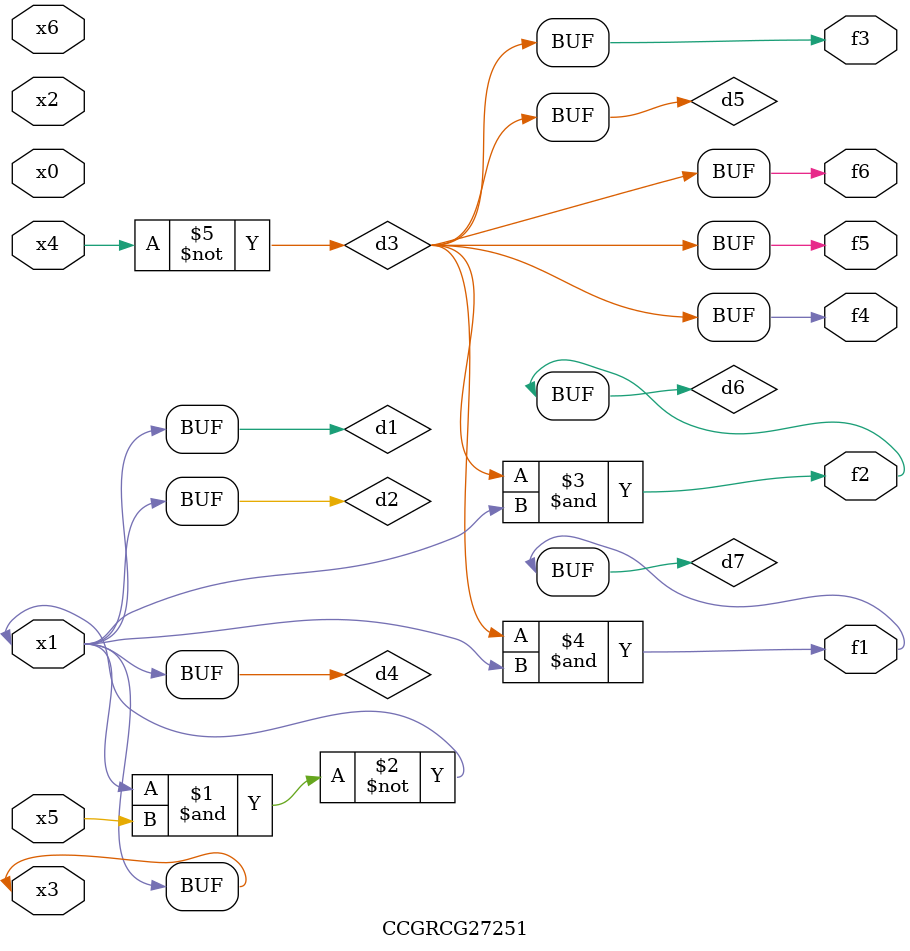
<source format=v>
module CCGRCG27251(
	input x0, x1, x2, x3, x4, x5, x6,
	output f1, f2, f3, f4, f5, f6
);

	wire d1, d2, d3, d4, d5, d6, d7;

	buf (d1, x1, x3);
	nand (d2, x1, x5);
	not (d3, x4);
	buf (d4, d1, d2);
	buf (d5, d3);
	and (d6, d3, d4);
	and (d7, d3, d4);
	assign f1 = d7;
	assign f2 = d6;
	assign f3 = d5;
	assign f4 = d5;
	assign f5 = d5;
	assign f6 = d5;
endmodule

</source>
